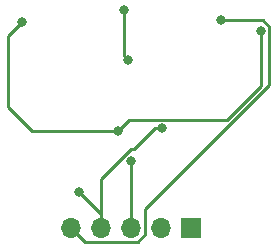
<source format=gbr>
G04 #@! TF.GenerationSoftware,KiCad,Pcbnew,(5.1.0-0)*
G04 #@! TF.CreationDate,2020-01-05T16:35:46-08:00*
G04 #@! TF.ProjectId,sapflow_gauge,73617066-6c6f-4775-9f67-617567652e6b,rev?*
G04 #@! TF.SameCoordinates,Original*
G04 #@! TF.FileFunction,Copper,L2,Bot*
G04 #@! TF.FilePolarity,Positive*
%FSLAX46Y46*%
G04 Gerber Fmt 4.6, Leading zero omitted, Abs format (unit mm)*
G04 Created by KiCad (PCBNEW (5.1.0-0)) date 2020-01-05 16:35:46*
%MOMM*%
%LPD*%
G04 APERTURE LIST*
%ADD10R,1.700000X1.700000*%
%ADD11O,1.700000X1.700000*%
%ADD12C,0.800000*%
%ADD13C,0.250000*%
G04 APERTURE END LIST*
D10*
X125680000Y-126425001D03*
D11*
X123140000Y-126425001D03*
X120600000Y-126425001D03*
X118060000Y-126425001D03*
X115520000Y-126425001D03*
D12*
X120000000Y-108000000D03*
X120325000Y-112200000D03*
X120600000Y-120820000D03*
X119526999Y-118200000D03*
X111400000Y-108995010D03*
X131603237Y-109797842D03*
X128200000Y-108875000D03*
X116200000Y-123400000D03*
X123200000Y-118000000D03*
D13*
X120000000Y-111875000D02*
X120325000Y-112200000D01*
X120000000Y-108000000D02*
X120000000Y-111875000D01*
X120600000Y-126425001D02*
X120600000Y-122800000D01*
X120600000Y-122800000D02*
X120600000Y-120820000D01*
X119526999Y-118200000D02*
X118961314Y-118200000D01*
X118961314Y-118200000D02*
X112200000Y-118200000D01*
X112200000Y-118200000D02*
X110200000Y-116200000D01*
X110200000Y-116200000D02*
X110200000Y-111200000D01*
X110200000Y-110195010D02*
X111400000Y-108995010D01*
X110200000Y-111200000D02*
X110200000Y-110195010D01*
X120452000Y-117274999D02*
X128725001Y-117274999D01*
X119526999Y-118200000D02*
X120452000Y-117274999D01*
X131603237Y-114396763D02*
X131603237Y-109797842D01*
X128725001Y-117274999D02*
X131603237Y-114396763D01*
X121164001Y-127600002D02*
X116695001Y-127600002D01*
X121775001Y-126989002D02*
X121164001Y-127600002D01*
X121775001Y-124861409D02*
X121775001Y-126989002D01*
X132328238Y-114308172D02*
X121775001Y-124861409D01*
X116369999Y-127275000D02*
X115520000Y-126425001D01*
X116695001Y-127600002D02*
X116369999Y-127275000D01*
X132328238Y-109449841D02*
X132328238Y-114308172D01*
X131753397Y-108875000D02*
X132328238Y-109449841D01*
X128200000Y-108875000D02*
X131753397Y-108875000D01*
X118060000Y-125260000D02*
X118060000Y-126425001D01*
X116200000Y-123400000D02*
X118060000Y-125260000D01*
X118060000Y-122286998D02*
X120600000Y-119746998D01*
X118060000Y-126425001D02*
X118060000Y-122286998D01*
X120887317Y-119746998D02*
X120600000Y-119746998D01*
X122634315Y-118000000D02*
X120887317Y-119746998D01*
X123200000Y-118000000D02*
X122634315Y-118000000D01*
M02*

</source>
